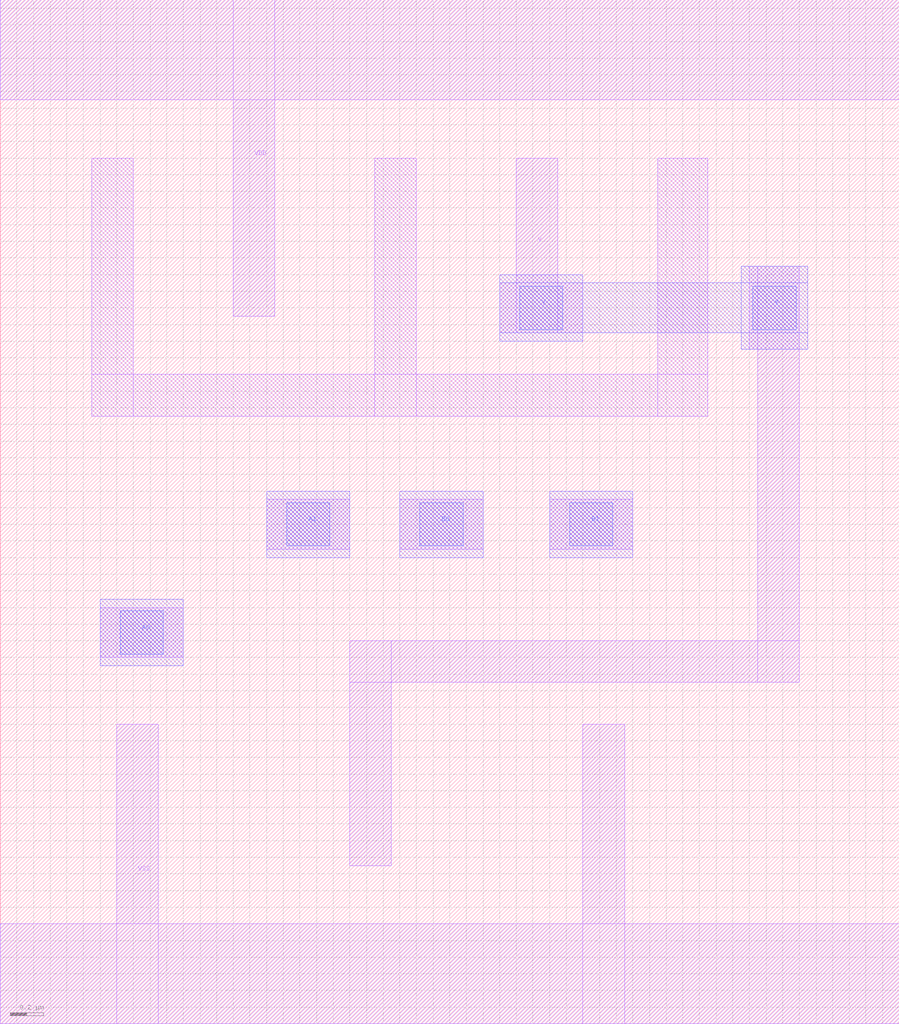
<source format=lef>
# Copyright 2022 Google LLC
# Licensed under the Apache License, Version 2.0 (the "License");
# you may not use this file except in compliance with the License.
# You may obtain a copy of the License at
#
#      http://www.apache.org/licenses/LICENSE-2.0
#
# Unless required by applicable law or agreed to in writing, software
# distributed under the License is distributed on an "AS IS" BASIS,
# WITHOUT WARRANTIES OR CONDITIONS OF ANY KIND, either express or implied.
# See the License for the specific language governing permissions and
# limitations under the License.
VERSION 5.7 ;
BUSBITCHARS "[]" ;
DIVIDERCHAR "/" ;

MACRO gf180mcu_osu_sc_gp9t3v3__aoi22_1
  CLASS CORE ;
  ORIGIN 0 0 ;
  FOREIGN gf180mcu_osu_sc_gp9t3v3__aoi22_1 0 0 ;
  SIZE 5.4 BY 6.15 ;
  SYMMETRY X Y ;
  SITE gf180mcu_osu_sc_gp9t3v3 ;
  PIN VDD
    DIRECTION INOUT ;
    USE POWER ;
    SHAPE ABUTMENT ;
    PORT
      LAYER MET1 ;
        RECT 0 5.55 5.4 6.15 ;
        RECT 1.4 4.25 1.65 6.15 ;
    END
  END VDD
  PIN VSS
    DIRECTION INOUT ;
    USE GROUND ;
    PORT
      LAYER MET1 ;
        RECT 0 0 5.4 0.6 ;
        RECT 3.5 0 3.75 1.8 ;
        RECT 0.7 0 0.95 1.8 ;
    END
  END VSS
  PIN A0
    DIRECTION INPUT ;
    USE SIGNAL ;
    PORT
      LAYER MET1 ;
        RECT 0.6 2.2 1.1 2.5 ;
      LAYER MET2 ;
        RECT 0.6 2.15 1.1 2.55 ;
      LAYER VIA12 ;
        RECT 0.72 2.22 0.98 2.48 ;
    END
  END A0
  PIN A1
    DIRECTION INPUT ;
    USE SIGNAL ;
    PORT
      LAYER MET1 ;
        RECT 1.6 2.85 2.1 3.15 ;
      LAYER MET2 ;
        RECT 1.6 2.8 2.1 3.2 ;
      LAYER VIA12 ;
        RECT 1.72 2.87 1.98 3.13 ;
    END
  END A1
  PIN B0
    DIRECTION INPUT ;
    USE SIGNAL ;
    PORT
      LAYER MET1 ;
        RECT 2.4 2.85 2.9 3.15 ;
      LAYER MET2 ;
        RECT 2.4 2.8 2.9 3.2 ;
      LAYER VIA12 ;
        RECT 2.52 2.87 2.78 3.13 ;
    END
  END B0
  PIN B1
    DIRECTION INPUT ;
    USE SIGNAL ;
    PORT
      LAYER MET1 ;
        RECT 3.3 2.85 3.8 3.15 ;
      LAYER MET2 ;
        RECT 3.3 2.8 3.8 3.2 ;
      LAYER VIA12 ;
        RECT 3.42 2.87 3.68 3.13 ;
    END
  END B1
  PIN Y
    DIRECTION OUTPUT ;
    USE SIGNAL ;
    PORT
      LAYER MET1 ;
        RECT 4.5 4.05 4.8 4.55 ;
        RECT 4.55 2.05 4.8 4.55 ;
        RECT 2.1 2.05 4.8 2.3 ;
        RECT 2.1 0.95 2.35 2.3 ;
        RECT 3 4.15 3.5 4.45 ;
        RECT 3.1 4.15 3.35 5.2 ;
      LAYER MET2 ;
        RECT 4.45 4.05 4.85 4.55 ;
        RECT 3 4.15 4.85 4.45 ;
        RECT 3 4.1 3.5 4.5 ;
      LAYER VIA12 ;
        RECT 3.12 4.17 3.38 4.43 ;
        RECT 4.52 4.17 4.78 4.43 ;
    END
  END Y
  OBS
    LAYER MET1 ;
      RECT 3.95 3.65 4.25 5.2 ;
      RECT 2.25 3.65 2.5 5.2 ;
      RECT 0.55 3.65 0.8 5.2 ;
      RECT 0.55 3.65 4.25 3.9 ;
  END
END gf180mcu_osu_sc_gp9t3v3__aoi22_1

</source>
